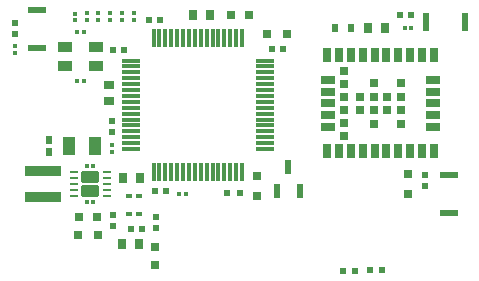
<source format=gtp>
%TF.GenerationSoftware,KiCad,Pcbnew,9.0.5*%
%TF.CreationDate,2025-12-11T12:43:01+01:00*%
%TF.ProjectId,MemShield,4d656d53-6869-4656-9c64-2e6b69636164,rev?*%
%TF.SameCoordinates,Original*%
%TF.FileFunction,Paste,Top*%
%TF.FilePolarity,Positive*%
%FSLAX46Y46*%
G04 Gerber Fmt 4.6, Leading zero omitted, Abs format (unit mm)*
G04 Created by KiCad (PCBNEW 9.0.5) date 2025-12-11 12:43:01*
%MOMM*%
%LPD*%
G01*
G04 APERTURE LIST*
G04 Aperture macros list*
%AMRoundRect*
0 Rectangle with rounded corners*
0 $1 Rounding radius*
0 $2 $3 $4 $5 $6 $7 $8 $9 X,Y pos of 4 corners*
0 Add a 4 corners polygon primitive as box body*
4,1,4,$2,$3,$4,$5,$6,$7,$8,$9,$2,$3,0*
0 Add four circle primitives for the rounded corners*
1,1,$1+$1,$2,$3*
1,1,$1+$1,$4,$5*
1,1,$1+$1,$6,$7*
1,1,$1+$1,$8,$9*
0 Add four rect primitives between the rounded corners*
20,1,$1+$1,$2,$3,$4,$5,0*
20,1,$1+$1,$4,$5,$6,$7,0*
20,1,$1+$1,$6,$7,$8,$9,0*
20,1,$1+$1,$8,$9,$2,$3,0*%
G04 Aperture macros list end*
%ADD10R,0.430000X0.329999*%
%ADD11R,0.800000X0.800000*%
%ADD12R,0.558800X0.504800*%
%ADD13R,0.650000X0.900000*%
%ADD14R,0.558800X1.295400*%
%ADD15R,0.600000X0.500000*%
%ADD16R,0.504800X0.558800*%
%ADD17R,3.098800X0.889000*%
%ADD18R,0.650000X0.800000*%
%ADD19R,0.380000X0.400000*%
%ADD20R,0.800000X0.650000*%
%ADD21R,0.400000X0.380000*%
%ADD22R,0.558800X0.711200*%
%ADD23R,0.939800X0.708000*%
%ADD24R,0.600000X0.800000*%
%ADD25R,0.475000X0.500000*%
%ADD26R,0.749999X0.799998*%
%ADD27R,0.550000X1.500000*%
%ADD28R,1.500000X0.550000*%
%ADD29R,0.701040X1.150620*%
%ADD30R,1.150620X0.701040*%
%ADD31R,0.701040X0.701040*%
%ADD32RoundRect,0.075000X-0.700000X-0.075000X0.700000X-0.075000X0.700000X0.075000X-0.700000X0.075000X0*%
%ADD33RoundRect,0.075000X-0.075000X-0.700000X0.075000X-0.700000X0.075000X0.700000X-0.075000X0.700000X0*%
%ADD34R,0.708000X0.939800*%
%ADD35RoundRect,0.025000X-0.100000X-0.145000X0.100000X-0.145000X0.100000X0.145000X-0.100000X0.145000X0*%
%ADD36RoundRect,0.106000X-0.644000X-0.424000X0.644000X-0.424000X0.644000X0.424000X-0.644000X0.424000X0*%
%ADD37RoundRect,0.060000X-0.240000X-0.060000X0.240000X-0.060000X0.240000X0.060000X-0.240000X0.060000X0*%
%ADD38R,1.290599X0.839000*%
%ADD39R,0.508000X0.304800*%
%ADD40R,0.990600X1.498600*%
G04 APERTURE END LIST*
D10*
%TO.C,C4*%
X128184400Y-100816720D03*
X127584400Y-100816720D03*
%TD*%
D11*
%TO.C,D9*%
X140590100Y-99416820D03*
X142090100Y-99416820D03*
%TD*%
D12*
%TO.C,C34*%
X156990100Y-112948520D03*
X156990100Y-113885120D03*
%TD*%
D13*
%TO.C,R7*%
X137365100Y-99416820D03*
X138815100Y-99416820D03*
%TD*%
D14*
%TO.C,U4*%
X144511599Y-114345520D03*
X146411601Y-114345520D03*
X145461600Y-112288120D03*
%TD*%
D15*
%TO.C,C7*%
X141340100Y-114516820D03*
X140240100Y-114516820D03*
%TD*%
D16*
%TO.C,C6*%
X133621800Y-99816820D03*
X134558400Y-99816820D03*
%TD*%
D17*
%TO.C,L1*%
X124690100Y-114821720D03*
X124690100Y-112611920D03*
%TD*%
D18*
%TO.C,C13*%
X145315100Y-101016820D03*
X143665100Y-101016820D03*
%TD*%
D19*
%TO.C,R6*%
X136190100Y-114576820D03*
X136750100Y-114576820D03*
%TD*%
D20*
%TO.C,C35*%
X155590100Y-114541820D03*
X155590100Y-112891820D03*
%TD*%
%TO.C,C9*%
X142840100Y-114698520D03*
X142840100Y-113048520D03*
%TD*%
D21*
%TO.C,R23*%
X132380100Y-99276820D03*
X132380100Y-99836820D03*
%TD*%
D22*
%TO.C,C14*%
X125190100Y-111037520D03*
X125190100Y-109996120D03*
%TD*%
D12*
%TO.C,C1*%
X134290100Y-116548520D03*
X134290100Y-117485120D03*
%TD*%
D23*
%TO.C,R2*%
X130240100Y-106713720D03*
X130240100Y-105319920D03*
%TD*%
D21*
%TO.C,R26*%
X129380100Y-99276820D03*
X129380100Y-99836820D03*
%TD*%
%TO.C,R28*%
X127414400Y-99286720D03*
X127414400Y-99846720D03*
%TD*%
D16*
%TO.C,C8*%
X134190100Y-114316820D03*
X135126700Y-114316820D03*
%TD*%
D24*
%TO.C,D10*%
X149390100Y-100516820D03*
X150790100Y-100516820D03*
%TD*%
D25*
%TO.C,R21*%
X150078100Y-121116820D03*
X151102100Y-121116820D03*
%TD*%
D26*
%TO.C,R1*%
X129265099Y-116516820D03*
X127715101Y-116516820D03*
%TD*%
D11*
%TO.C,D8*%
X134190100Y-120566820D03*
X134190100Y-119066820D03*
%TD*%
D27*
%TO.C,S3*%
X157140100Y-100016820D03*
X160390100Y-100016820D03*
%TD*%
D21*
%TO.C,R5*%
X130490100Y-110976820D03*
X130490100Y-110416820D03*
%TD*%
D25*
%TO.C,R20*%
X153402100Y-121016820D03*
X152378100Y-121016820D03*
%TD*%
D16*
%TO.C,C16*%
X132153500Y-117516820D03*
X133090100Y-117516820D03*
%TD*%
D28*
%TO.C,S2*%
X159090100Y-112916820D03*
X159090100Y-116166820D03*
%TD*%
D21*
%TO.C,R22*%
X122290100Y-102036820D03*
X122290100Y-102596820D03*
%TD*%
D13*
%TO.C,R29*%
X153615100Y-100516820D03*
X152165100Y-100516820D03*
%TD*%
D12*
%TO.C,C22*%
X122290100Y-100985120D03*
X122290100Y-100048520D03*
%TD*%
D29*
%TO.C,MD1*%
X148760720Y-110954890D03*
X149761480Y-110954890D03*
X150762240Y-110954890D03*
X151763000Y-110954890D03*
X152763760Y-110954890D03*
X153764520Y-110954890D03*
X154765280Y-110954890D03*
X155766040Y-110954890D03*
X156766800Y-110954890D03*
X157767560Y-110954890D03*
D30*
X157685010Y-108892410D03*
X157685010Y-107891650D03*
X157685010Y-106890890D03*
X157685010Y-105890130D03*
X157685010Y-104889370D03*
D29*
X157767560Y-102826890D03*
X156766800Y-102826890D03*
X155766040Y-102826890D03*
X154765280Y-102826890D03*
X153764520Y-102826890D03*
X152763760Y-102826890D03*
X151763000Y-102826890D03*
X150762240Y-102826890D03*
X149761480Y-102826890D03*
X148760720Y-102826890D03*
D30*
X148835650Y-104889370D03*
X148835650Y-105890130D03*
X148835650Y-106890890D03*
X148835650Y-107891650D03*
X148835650Y-108892410D03*
D31*
X150211060Y-109640440D03*
X150211060Y-108540620D03*
X150211060Y-107440800D03*
X150211060Y-106340980D03*
X150211060Y-105241160D03*
X150211060Y-104141340D03*
X151539480Y-107466200D03*
X151539480Y-106315580D03*
X152690100Y-108616820D03*
X152690100Y-107466200D03*
X152690100Y-106315580D03*
X152690100Y-105164960D03*
X153840720Y-107466200D03*
X153840720Y-106315580D03*
X154991340Y-108616820D03*
X154991340Y-107466200D03*
X154991340Y-106315580D03*
X154991340Y-105164960D03*
%TD*%
D21*
%TO.C,R27*%
X128380100Y-99276820D03*
X128380100Y-99836820D03*
%TD*%
D10*
%TO.C,C12*%
X127584400Y-105016820D03*
X128184400Y-105016820D03*
%TD*%
D16*
%TO.C,C10*%
X130643500Y-102366820D03*
X131580100Y-102366820D03*
%TD*%
D13*
%TO.C,R4*%
X131365100Y-118816820D03*
X132815100Y-118816820D03*
%TD*%
D32*
%TO.C,U3*%
X132115100Y-103266820D03*
X132115100Y-103766820D03*
X132115100Y-104266820D03*
X132115100Y-104766820D03*
X132115100Y-105266820D03*
X132115100Y-105766820D03*
X132115100Y-106266820D03*
X132115100Y-106766820D03*
X132115100Y-107266820D03*
X132115100Y-107766820D03*
X132115100Y-108266820D03*
X132115100Y-108766820D03*
X132115100Y-109266820D03*
X132115100Y-109766820D03*
X132115100Y-110266820D03*
X132115100Y-110766820D03*
D33*
X134040100Y-112691820D03*
X134540100Y-112691820D03*
X135040100Y-112691820D03*
X135540100Y-112691820D03*
X136040100Y-112691820D03*
X136540100Y-112691820D03*
X137040100Y-112691820D03*
X137540100Y-112691820D03*
X138040100Y-112691820D03*
X138540100Y-112691820D03*
X139040100Y-112691820D03*
X139540100Y-112691820D03*
X140040100Y-112691820D03*
X140540100Y-112691820D03*
X141040100Y-112691820D03*
X141540100Y-112691820D03*
D32*
X143465100Y-110766820D03*
X143465100Y-110266820D03*
X143465100Y-109766820D03*
X143465100Y-109266820D03*
X143465100Y-108766820D03*
X143465100Y-108266820D03*
X143465100Y-107766820D03*
X143465100Y-107266820D03*
X143465100Y-106766820D03*
X143465100Y-106266820D03*
X143465100Y-105766820D03*
X143465100Y-105266820D03*
X143465100Y-104766820D03*
X143465100Y-104266820D03*
X143465100Y-103766820D03*
X143465100Y-103266820D03*
D33*
X141540100Y-101341820D03*
X141040100Y-101341820D03*
X140540100Y-101341820D03*
X140040100Y-101341820D03*
X139540100Y-101341820D03*
X139040100Y-101341820D03*
X138540100Y-101341820D03*
X138040100Y-101341820D03*
X137540100Y-101341820D03*
X137040100Y-101341820D03*
X136540100Y-101341820D03*
X136040100Y-101341820D03*
X135540100Y-101341820D03*
X135040100Y-101341820D03*
X134540100Y-101341820D03*
X134040100Y-101341820D03*
%TD*%
D34*
%TO.C,R3*%
X131473200Y-113236820D03*
X132867000Y-113236820D03*
%TD*%
D35*
%TO.C,U2*%
X128440100Y-112186820D03*
X128440100Y-115246820D03*
D36*
X128690100Y-113086820D03*
X128690100Y-114346820D03*
D35*
X128940100Y-112186820D03*
X128940100Y-115246820D03*
D37*
X127290100Y-112716820D03*
X127290100Y-113216820D03*
X127290100Y-113716820D03*
X127290100Y-114216820D03*
X127290100Y-114716820D03*
X130090100Y-114716820D03*
X130090100Y-114216820D03*
X130090100Y-113716820D03*
X130090100Y-113216820D03*
X130090100Y-112716820D03*
%TD*%
D18*
%TO.C,C2*%
X129315100Y-118016820D03*
X127665100Y-118016820D03*
%TD*%
D38*
%TO.C,X1*%
X129190100Y-102116620D03*
X126578700Y-102116620D03*
X126578700Y-103716820D03*
X129190100Y-103716820D03*
%TD*%
D39*
%TO.C,U1*%
X132840950Y-116266120D03*
X132840950Y-114767520D03*
X131939250Y-114767520D03*
X131939250Y-116266120D03*
%TD*%
D19*
%TO.C,R30*%
X155310100Y-100516820D03*
X155870100Y-100516820D03*
%TD*%
D21*
%TO.C,R25*%
X130380100Y-99276820D03*
X130380100Y-99836820D03*
%TD*%
D12*
%TO.C,C3*%
X130490100Y-109316820D03*
X130490100Y-108380220D03*
%TD*%
%TO.C,C5*%
X130590100Y-117285120D03*
X130590100Y-116348520D03*
%TD*%
D28*
%TO.C,S1*%
X124190100Y-102241820D03*
X124190100Y-98991820D03*
%TD*%
D40*
%TO.C,F1*%
X126897900Y-110516820D03*
X129082300Y-110516820D03*
%TD*%
D16*
%TO.C,C33*%
X155858400Y-99416820D03*
X154921800Y-99416820D03*
%TD*%
%TO.C,C11*%
X144071800Y-102266820D03*
X145008400Y-102266820D03*
%TD*%
D21*
%TO.C,R24*%
X131380100Y-99276820D03*
X131380100Y-99836820D03*
%TD*%
M02*

</source>
